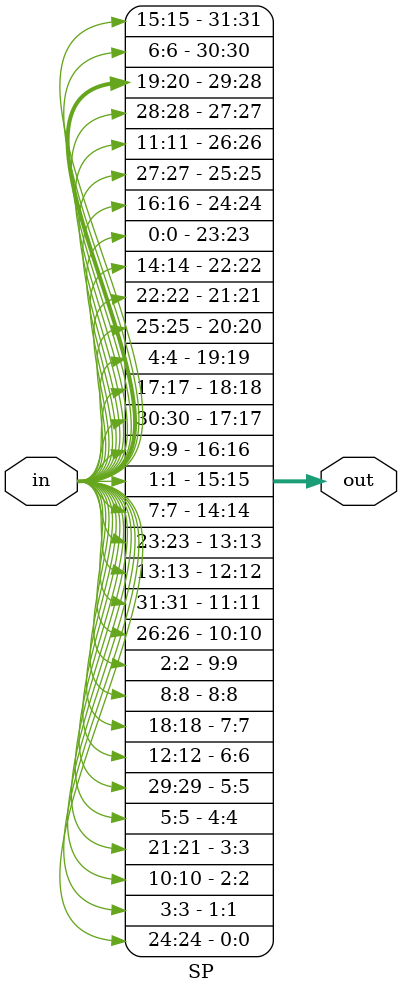
<source format=v>
module SP(
  input [0:31] in,
  output [31:0] out
);
	assign out = {
				in[15], in[6],  in[19], in[20], in[28],  in[11], in[27], in[16],
				in[0],  in[14],  in[22], in[25], in[4], in[17], in[30],  in[9],
				in[1],  in[7], in[23], in[13],  in[31], in[26], in[2], in[8],
				in[18], in[12], in[29], in[5], in[21], in[10], in[3],  in[24]
			};
//	always @(posedge clk) begin
//		if(iSp) begin
//			out <= {
//				in[24], in[3],  in[10], in[21], in[5],  in[29], in[12], in[18],
//				in[8],  in[2],  in[26], in[31], in[13], in[23], in[7],  in[1],
//				in[9],  in[30], in[17], in[4],  in[25], in[22], in[14], in[0],
//				in[16], in[27], in[11], in[28], in[20], in[19], in[6],  in[15]
//			};
//			fSp <= 1'b1;
//		end else begin
//			fSp <= 1'b0;
//		end
//	end

endmodule

</source>
